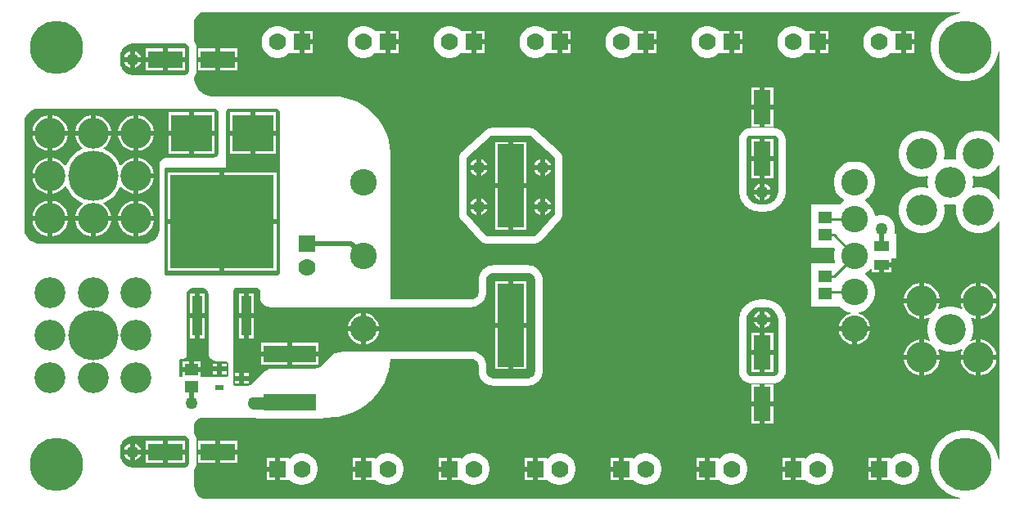
<source format=gtl>
G04*
G04 #@! TF.GenerationSoftware,Altium Limited,Altium Designer,21.0.9 (235)*
G04*
G04 Layer_Physical_Order=1*
G04 Layer_Color=255*
%FSLAX25Y25*%
%MOIN*%
G70*
G04*
G04 #@! TF.SameCoordinates,248EADF4-6E9D-4877-B34C-AAFE22DB1BC7*
G04*
G04*
G04 #@! TF.FilePolarity,Positive*
G04*
G01*
G75*
%ADD12C,0.01000*%
%ADD25C,0.07000*%
%ADD26R,0.07000X0.07000*%
%ADD27R,0.07000X0.07000*%
%ADD31R,0.42323X0.38189*%
%ADD32R,0.03937X0.16339*%
%ADD33R,0.16693X0.15000*%
%ADD34R,0.03543X0.02362*%
%ADD35R,0.05315X0.04528*%
%ADD36R,0.13976X0.07087*%
%ADD37R,0.10630X0.33858*%
%ADD38R,0.07087X0.13976*%
%ADD39R,0.05906X0.03937*%
%ADD40R,0.21260X0.06890*%
%ADD41C,0.02000*%
%ADD42C,0.05000*%
%ADD43C,0.20472*%
%ADD44C,0.12598*%
%ADD45C,0.21654*%
%ADD46C,0.10827*%
%ADD47C,0.05000*%
G36*
X68133Y186196D02*
X68695Y185633D01*
X69000Y184898D01*
X69000Y184500D01*
X69000Y184500D01*
X69000Y175102D01*
X68695Y174367D01*
X68133Y173804D01*
X67485Y173536D01*
X67000Y173500D01*
X67000Y173500D01*
X67000Y173500D01*
X46500Y173500D01*
X45958Y173500D01*
X44896Y173711D01*
X43895Y174126D01*
X42994Y174728D01*
X42228Y175494D01*
X41626Y176395D01*
X41211Y177396D01*
X41000Y178458D01*
X41000Y179000D01*
X41000Y179000D01*
X41000D01*
X41000Y181542D01*
X41211Y182604D01*
X41626Y183605D01*
X42228Y184506D01*
X42994Y185272D01*
X43895Y185874D01*
X44896Y186289D01*
X45958Y186500D01*
X46500D01*
X46500Y186500D01*
X67000Y186500D01*
X67398Y186500D01*
X68133Y186196D01*
D02*
G37*
G36*
X104000Y160000D02*
X104398D01*
X105133Y159695D01*
X105695Y159133D01*
X105973Y158463D01*
X106000Y158001D01*
Y158000D01*
X106000Y158000D01*
X106000Y158000D01*
X106000Y93000D01*
X106000Y92801D01*
X105848Y92434D01*
X105566Y92152D01*
X105452Y92105D01*
X105000Y92000D01*
X105000Y92000D01*
Y92000D01*
X60000Y92000D01*
X59801Y92000D01*
X59434Y92152D01*
X59152Y92434D01*
X59000Y92801D01*
Y93000D01*
Y135000D01*
Y135199D01*
X59152Y135567D01*
X59433Y135848D01*
X59801Y136000D01*
X60000Y136000D01*
Y136000D01*
X84000Y136000D01*
X84000Y158000D01*
X84000Y158398D01*
X84304Y159133D01*
X84867Y159695D01*
X85602Y160000D01*
X86000Y160000D01*
Y160000D01*
X104000Y160000D01*
D02*
G37*
G36*
X79000Y160000D02*
X79398D01*
X80133Y159695D01*
X80695Y159133D01*
X80970Y158469D01*
X81000Y158002D01*
Y158000D01*
X81000Y158000D01*
X81000Y158000D01*
X81000Y142000D01*
X81000Y141602D01*
X80695Y140867D01*
X80133Y140304D01*
X79485Y140036D01*
X79099Y140007D01*
X79000Y140000D01*
Y140000D01*
X60000Y140000D01*
X59706Y139986D01*
X59129Y139871D01*
X58586Y139646D01*
X58097Y139319D01*
X57681Y138903D01*
X57354Y138414D01*
X57129Y137871D01*
X57049Y137466D01*
X57014Y137294D01*
X57000Y137000D01*
X57000D01*
X57000Y137000D01*
X57000Y111000D01*
X57000Y110409D01*
X56769Y109250D01*
X56317Y108158D01*
X55660Y107175D01*
X54825Y106339D01*
X53842Y105683D01*
X52750Y105230D01*
X51591Y105000D01*
X51000Y105000D01*
X51000Y105000D01*
X51000Y105000D01*
X8000Y105000D01*
X7409D01*
X6250Y105231D01*
X5158Y105683D01*
X4175Y106340D01*
X3339Y107175D01*
X2683Y108158D01*
X2231Y109250D01*
X2000Y110409D01*
Y111000D01*
X2000Y154000D01*
Y154591D01*
X2231Y155750D01*
X2683Y156842D01*
X3339Y157825D01*
X4175Y158660D01*
X5158Y159317D01*
X6250Y159769D01*
X7409Y160000D01*
X8000Y160000D01*
X8000Y160000D01*
X79000Y160000D01*
D02*
G37*
G36*
X383094Y198697D02*
X381762Y198486D01*
X379692Y197814D01*
X377753Y196826D01*
X375992Y195546D01*
X374453Y194008D01*
X373174Y192247D01*
X372186Y190308D01*
X371514Y188238D01*
X371173Y186088D01*
Y183912D01*
X371514Y181762D01*
X372186Y179692D01*
X373174Y177753D01*
X374453Y175993D01*
X375992Y174453D01*
X377753Y173174D01*
X379692Y172186D01*
X381762Y171514D01*
X383912Y171173D01*
X386088D01*
X388238Y171514D01*
X390308Y172186D01*
X392247Y173174D01*
X394007Y174453D01*
X395547Y175993D01*
X396826Y177753D01*
X397814Y179692D01*
X398486Y181762D01*
X398697Y183094D01*
X399197Y183054D01*
X399197Y146259D01*
X398697Y146108D01*
X397778Y147483D01*
X396483Y148778D01*
X394960Y149796D01*
X393268Y150497D01*
X391471Y150854D01*
X389639D01*
X387843Y150497D01*
X386150Y149796D01*
X384627Y148778D01*
X383332Y147483D01*
X382314Y145960D01*
X381613Y144268D01*
X381256Y142471D01*
Y140639D01*
X381501Y139408D01*
X381147Y139054D01*
X379916Y139299D01*
X378084D01*
X376853Y139054D01*
X376499Y139408D01*
X376744Y140639D01*
Y142471D01*
X376387Y144268D01*
X375686Y145960D01*
X374668Y147483D01*
X373373Y148778D01*
X371850Y149796D01*
X370157Y150497D01*
X368361Y150854D01*
X366529D01*
X364732Y150497D01*
X363040Y149796D01*
X361517Y148778D01*
X360222Y147483D01*
X359204Y145960D01*
X358503Y144268D01*
X358146Y142471D01*
Y140639D01*
X358503Y138843D01*
X359204Y137150D01*
X360222Y135627D01*
X361517Y134332D01*
X363040Y133314D01*
X364732Y132613D01*
X366529Y132256D01*
X368361D01*
X369592Y132501D01*
X369946Y132147D01*
X369701Y130916D01*
Y129084D01*
X369946Y127853D01*
X369592Y127499D01*
X368361Y127744D01*
X366529D01*
X364732Y127387D01*
X363040Y126686D01*
X361517Y125668D01*
X360222Y124373D01*
X359204Y122850D01*
X358503Y121157D01*
X358146Y119361D01*
Y117529D01*
X358503Y115732D01*
X359204Y114040D01*
X360222Y112517D01*
X361517Y111222D01*
X363040Y110204D01*
X364732Y109503D01*
X366529Y109146D01*
X368361D01*
X370157Y109503D01*
X371850Y110204D01*
X373373Y111222D01*
X374668Y112517D01*
X375686Y114040D01*
X376387Y115732D01*
X376744Y117529D01*
Y119361D01*
X376499Y120592D01*
X376853Y120946D01*
X378084Y120701D01*
X379916D01*
X381147Y120946D01*
X381501Y120592D01*
X381256Y119361D01*
Y117529D01*
X381613Y115732D01*
X382314Y114040D01*
X383332Y112517D01*
X384627Y111222D01*
X386150Y110204D01*
X387843Y109503D01*
X389639Y109146D01*
X391471D01*
X393268Y109503D01*
X394960Y110204D01*
X396483Y111222D01*
X397778Y112517D01*
X398697Y113892D01*
X399197Y113741D01*
X399197Y16946D01*
X398697Y16906D01*
X398486Y18238D01*
X397814Y20308D01*
X396826Y22247D01*
X395547Y24008D01*
X394007Y25547D01*
X392247Y26826D01*
X390308Y27814D01*
X388238Y28486D01*
X386088Y28827D01*
X383912D01*
X381762Y28486D01*
X379692Y27814D01*
X377753Y26826D01*
X375992Y25547D01*
X374453Y24008D01*
X373174Y22247D01*
X372186Y20308D01*
X371514Y18238D01*
X371173Y16088D01*
Y13912D01*
X371514Y11762D01*
X372186Y9692D01*
X373174Y7753D01*
X374453Y5993D01*
X375992Y4453D01*
X377753Y3174D01*
X379692Y2186D01*
X381762Y1514D01*
X383094Y1303D01*
X383054Y803D01*
X74675D01*
X73538Y1563D01*
X72563Y2538D01*
X71797Y3684D01*
X71269Y4958D01*
X71000Y6310D01*
X71000Y12429D01*
X71096Y12525D01*
X71195Y12697D01*
X71316Y12854D01*
X71392Y13037D01*
X71491Y13209D01*
X71795Y13944D01*
X71847Y14136D01*
X71923Y14319D01*
X71949Y14516D01*
X72000Y14707D01*
Y14906D01*
X72026Y15102D01*
X72026Y24500D01*
X72026Y24500D01*
X72026Y24898D01*
X72000Y25094D01*
Y25293D01*
X71949Y25484D01*
X71923Y25681D01*
X71847Y25864D01*
X71795Y26056D01*
X71491Y26791D01*
X71392Y26963D01*
X71316Y27146D01*
X71195Y27303D01*
X71096Y27475D01*
X71000Y27571D01*
Y30394D01*
X71154Y31167D01*
X71455Y31895D01*
X71893Y32550D01*
X72450Y33107D01*
X73105Y33545D01*
X73833Y33846D01*
X74606Y34000D01*
X75000D01*
X75000Y34000D01*
X96370D01*
Y33614D01*
X123630D01*
Y34000D01*
X126000D01*
X127227Y34030D01*
X129668Y34271D01*
X132074Y34749D01*
X134422Y35461D01*
X136689Y36400D01*
X138853Y37557D01*
X140892Y38920D01*
X142789Y40476D01*
X144524Y42211D01*
X146080Y44107D01*
X147443Y46147D01*
X148600Y48311D01*
X149539Y50578D01*
X150251Y52925D01*
X150729Y55332D01*
X150970Y57773D01*
X150975Y57974D01*
X183926Y57974D01*
X184217Y57960D01*
X184859Y57832D01*
X185395Y57610D01*
X185878Y57288D01*
X186288Y56877D01*
X186610Y56395D01*
X186832Y55859D01*
X186960Y55217D01*
X186974Y54925D01*
X186974Y53000D01*
X186974Y52705D01*
X187013Y52410D01*
X187032Y52114D01*
X187148Y51534D01*
X187243Y51253D01*
X187320Y50967D01*
X187546Y50421D01*
X187694Y50164D01*
X187826Y49898D01*
X188154Y49406D01*
X188349Y49183D01*
X188530Y48948D01*
X188948Y48530D01*
X189183Y48349D01*
X189407Y48154D01*
X189898Y47825D01*
X190164Y47694D01*
X190421Y47546D01*
X190967Y47320D01*
X191254Y47243D01*
X191535Y47148D01*
X192114Y47032D01*
X192410Y47013D01*
X192705Y46974D01*
X193000Y46974D01*
X207000Y46974D01*
X207295Y46974D01*
X207589Y47013D01*
X207886Y47032D01*
X208465Y47148D01*
X208746Y47243D01*
X209033Y47320D01*
X209579Y47546D01*
X209836Y47694D01*
X210102Y47825D01*
X210593Y48154D01*
X210817Y48349D01*
X211052Y48530D01*
X211470Y48948D01*
X211650Y49183D01*
X211846Y49406D01*
X212175Y49898D01*
X212306Y50164D01*
X212454Y50421D01*
X212680Y50967D01*
X212757Y51253D01*
X212852Y51535D01*
X212968Y52114D01*
X212987Y52410D01*
X213026Y52705D01*
X213026Y53000D01*
X213026Y53000D01*
X213026Y90000D01*
X213026Y90295D01*
X212987Y90589D01*
X212968Y90886D01*
X212852Y91465D01*
X212757Y91746D01*
X212680Y92033D01*
X212454Y92579D01*
X212306Y92836D01*
X212175Y93102D01*
X211846Y93593D01*
X211651Y93816D01*
X211470Y94052D01*
X211052Y94470D01*
X210817Y94651D01*
X210594Y94846D01*
X210102Y95174D01*
X209836Y95306D01*
X209579Y95454D01*
X209033Y95680D01*
X208747Y95757D01*
X208465Y95852D01*
X208084Y95928D01*
X207907Y95940D01*
X207734Y95977D01*
X207241Y96016D01*
X207120Y96010D01*
X207000Y96026D01*
X206524Y96026D01*
X206524Y96026D01*
X206523Y96026D01*
X193000Y96026D01*
X192705Y96026D01*
X192410Y95987D01*
X192114Y95968D01*
X191534Y95852D01*
X191253Y95757D01*
X190967Y95680D01*
X190421Y95454D01*
X190164Y95306D01*
X189898Y95174D01*
X189407Y94846D01*
X189183Y94651D01*
X188948Y94470D01*
X188530Y94052D01*
X188349Y93817D01*
X188154Y93593D01*
X187826Y93102D01*
X187694Y92836D01*
X187546Y92579D01*
X187320Y92033D01*
X187243Y91746D01*
X187147Y91465D01*
X187032Y90886D01*
X187013Y90590D01*
X186974Y90295D01*
Y90000D01*
X186974Y85074D01*
X186960Y84783D01*
X186832Y84141D01*
X186610Y83605D01*
X186288Y83122D01*
X185877Y82712D01*
X185395Y82390D01*
X184859Y82168D01*
X184217Y82040D01*
X183926Y82026D01*
X151500Y82026D01*
X151000Y82526D01*
X151000Y141000D01*
X150971Y142178D01*
X150740Y144522D01*
X150281Y146832D01*
X149597Y149085D01*
X148696Y151261D01*
X147585Y153339D01*
X146277Y155297D01*
X144783Y157117D01*
X143117Y158783D01*
X141297Y160277D01*
X139338Y161586D01*
X137261Y162696D01*
X135085Y163597D01*
X132831Y164281D01*
X130521Y164740D01*
X128177Y164971D01*
X127000Y165000D01*
X127000Y165000D01*
X127000Y165000D01*
X79000Y165000D01*
X78212Y165000D01*
X76666Y165307D01*
X75210Y165910D01*
X73900Y166786D01*
X72786Y167900D01*
X71910Y169211D01*
X71307Y170667D01*
X71000Y172212D01*
Y172429D01*
X71096Y172525D01*
X71195Y172697D01*
X71316Y172854D01*
X71392Y173037D01*
X71491Y173209D01*
X71795Y173944D01*
X71847Y174136D01*
X71923Y174319D01*
X71949Y174516D01*
X72000Y174707D01*
Y174906D01*
X72026Y175102D01*
X72026Y184500D01*
X72026Y184500D01*
X72026Y184898D01*
X72000Y185094D01*
Y185293D01*
X71949Y185484D01*
X71923Y185681D01*
X71847Y185864D01*
X71795Y186056D01*
X71491Y186791D01*
X71392Y186963D01*
X71316Y187146D01*
X71195Y187303D01*
X71096Y187475D01*
X71000Y187571D01*
Y194591D01*
X71231Y195750D01*
X71683Y196842D01*
X72339Y197825D01*
X73175Y198660D01*
X73979Y199197D01*
X383054D01*
X383094Y198697D01*
D02*
G37*
G36*
X399197Y136851D02*
Y123149D01*
X398697Y122997D01*
X397778Y124373D01*
X396483Y125668D01*
X394960Y126686D01*
X393268Y127387D01*
X391471Y127744D01*
X389639D01*
X388408Y127499D01*
X388054Y127853D01*
X388299Y129084D01*
Y130916D01*
X388054Y132147D01*
X388408Y132501D01*
X389639Y132256D01*
X391471D01*
X393268Y132613D01*
X394960Y133314D01*
X396483Y134332D01*
X397778Y135627D01*
X398697Y137003D01*
X399197Y136851D01*
D02*
G37*
G36*
X207000Y93000D02*
D01*
X207494Y92961D01*
X207875Y92885D01*
X208421Y92659D01*
X208912Y92330D01*
X209330Y91912D01*
X209659Y91421D01*
X209885Y90875D01*
X210000Y90295D01*
X210000Y90000D01*
X210000Y53000D01*
X210000Y53000D01*
X210000Y52704D01*
X209885Y52125D01*
X209659Y51579D01*
X209330Y51087D01*
X208912Y50670D01*
X208421Y50341D01*
X207875Y50115D01*
X207295Y50000D01*
X207000Y50000D01*
X193000Y50000D01*
X192704Y50000D01*
X192125Y50115D01*
X191579Y50341D01*
X191088Y50670D01*
X190670Y51087D01*
X190341Y51579D01*
X190115Y52125D01*
X190000Y52704D01*
X190000Y53000D01*
X190000Y55000D01*
X190000D01*
X189971Y55588D01*
X189742Y56742D01*
X189292Y57828D01*
X188638Y58806D01*
X187806Y59638D01*
X186828Y60291D01*
X185742Y60742D01*
X184588Y60971D01*
X184000Y61000D01*
X132414Y61000D01*
X132414Y61000D01*
X131606Y60960D01*
X130022Y60645D01*
X128529Y60027D01*
X127185Y59129D01*
X126586Y58586D01*
X123707Y55707D01*
X123707D01*
X123301Y55301D01*
X122347Y54663D01*
X121286Y54224D01*
X120160Y54000D01*
X119586Y54000D01*
X108357Y54000D01*
X103414Y54000D01*
X103414Y54000D01*
X102843Y53972D01*
X101722Y53749D01*
X100667Y53312D01*
X99717Y52677D01*
X99293Y52293D01*
X94854Y47853D01*
X94854D01*
X94651Y47651D01*
X94173Y47332D01*
X93643Y47112D01*
X93080Y47000D01*
X87500Y47000D01*
X87000Y47500D01*
X87000Y85000D01*
Y85398D01*
X87304Y86133D01*
X87867Y86695D01*
X88602Y87000D01*
X96398Y87000D01*
X97133Y86695D01*
X97695Y86133D01*
X98000Y85398D01*
X98000Y83000D01*
X98019Y82608D01*
X98172Y81839D01*
X98472Y81114D01*
X98908Y80462D01*
X99462Y79908D01*
X100114Y79472D01*
X100839Y79172D01*
X101608Y79019D01*
X102000Y79000D01*
X109100D01*
Y79000D01*
X130000Y79000D01*
X184000Y79000D01*
X184588Y79029D01*
X185742Y79258D01*
X186828Y79708D01*
X187806Y80362D01*
X188638Y81194D01*
X189291Y82172D01*
X189742Y83258D01*
X189971Y84412D01*
X190000Y85000D01*
X190000Y90000D01*
Y90295D01*
X190115Y90875D01*
X190341Y91421D01*
X190670Y91912D01*
X191088Y92330D01*
X191579Y92659D01*
X192125Y92885D01*
X192704Y93000D01*
X193000Y93000D01*
X206524Y93000D01*
X207000Y93000D01*
D02*
G37*
G36*
X71000Y87000D02*
X74000Y87000D01*
X74000Y87000D01*
X74000Y87000D01*
X74001D01*
X74466Y86966D01*
X74875Y86885D01*
X75421Y86659D01*
X75912Y86330D01*
X76330Y85912D01*
X76659Y85421D01*
X76885Y84875D01*
X77000Y84295D01*
X77000Y84000D01*
X77000Y60000D01*
X77000Y60000D01*
X77014Y59706D01*
X77129Y59129D01*
X77354Y58586D01*
X77681Y58097D01*
X78097Y57681D01*
X78586Y57354D01*
X79129Y57129D01*
X79706Y57014D01*
X80000Y57000D01*
X84000D01*
X84000Y57000D01*
X84000Y57000D01*
X84000D01*
X84450Y56896D01*
X84566Y56848D01*
X84848Y56566D01*
X85000Y56199D01*
X85000Y56000D01*
X85000Y51500D01*
X85000Y51500D01*
Y51301D01*
X84848Y50933D01*
X84566Y50652D01*
X84199Y50500D01*
X73658Y50500D01*
Y52445D01*
X70000D01*
X66343D01*
Y50500D01*
X65000D01*
Y57000D01*
X65106Y57456D01*
X65152Y57566D01*
X65433Y57848D01*
X65801Y58000D01*
X66000Y58000D01*
X66522D01*
X67000D01*
X67000Y58000D01*
X67195Y58019D01*
X67556Y58168D01*
X67832Y58444D01*
X67981Y58805D01*
X68000Y59000D01*
Y84000D01*
X68037Y84484D01*
X68115Y84875D01*
X68341Y85421D01*
X68670Y85913D01*
X69087Y86330D01*
X69579Y86659D01*
X70125Y86885D01*
X70705Y87000D01*
X71000Y87000D01*
D02*
G37*
G36*
X68133Y26195D02*
X68695Y25633D01*
X69000Y24898D01*
X69000Y24500D01*
X69000Y24500D01*
X69000Y15102D01*
X68695Y14367D01*
X68133Y13804D01*
X67485Y13536D01*
X67000Y13500D01*
X67000Y13500D01*
X67000Y13500D01*
X46500Y13500D01*
X45958Y13500D01*
X44896Y13711D01*
X43895Y14126D01*
X42994Y14728D01*
X42228Y15494D01*
X41626Y16395D01*
X41211Y17396D01*
X41000Y18458D01*
X41000Y19000D01*
X41000Y19000D01*
X41000D01*
X41000Y21542D01*
X41211Y22604D01*
X41626Y23605D01*
X42228Y24506D01*
X42994Y25272D01*
X43895Y25874D01*
X44896Y26289D01*
X45958Y26500D01*
X46500D01*
X46500Y26500D01*
X67000Y26500D01*
X67398Y26500D01*
X68133Y26195D01*
D02*
G37*
%LPC*%
G36*
X67358Y184543D02*
X60370D01*
Y181000D01*
X67358D01*
Y184543D01*
D02*
G37*
G36*
X47000Y183355D02*
Y181000D01*
X49356D01*
X49262Y181351D01*
X48801Y182149D01*
X48149Y182801D01*
X47351Y183262D01*
X47000Y183355D01*
D02*
G37*
G36*
X45000D02*
X44649Y183262D01*
X43851Y182801D01*
X43199Y182149D01*
X42739Y181351D01*
X42645Y181000D01*
X45000D01*
Y183355D01*
D02*
G37*
G36*
X58370Y184543D02*
X51382D01*
Y181000D01*
X58370D01*
Y184543D01*
D02*
G37*
G36*
X49356Y179000D02*
X47000D01*
Y176645D01*
X47351Y176739D01*
X48149Y177199D01*
X48801Y177851D01*
X49262Y178649D01*
X49356Y179000D01*
D02*
G37*
G36*
X45000D02*
X42645D01*
X42739Y178649D01*
X43199Y177851D01*
X43851Y177199D01*
X44649Y176739D01*
X45000Y176645D01*
Y179000D01*
D02*
G37*
G36*
X67358D02*
X60370D01*
Y175457D01*
X67358D01*
Y179000D01*
D02*
G37*
G36*
X58370D02*
X51382D01*
Y175457D01*
X58370D01*
Y179000D01*
D02*
G37*
G36*
X104405Y158500D02*
X96059D01*
Y151000D01*
X104405D01*
Y158500D01*
D02*
G37*
G36*
X94059D02*
X85713D01*
Y151000D01*
X94059D01*
Y158500D01*
D02*
G37*
G36*
X104405Y149000D02*
X96059D01*
Y141500D01*
X104405D01*
Y149000D01*
D02*
G37*
G36*
X94059D02*
X85713D01*
Y141500D01*
X94059D01*
Y149000D01*
D02*
G37*
G36*
X104661Y133874D02*
X83500D01*
Y114779D01*
X104661D01*
Y133874D01*
D02*
G37*
G36*
X81500D02*
X60339D01*
Y114779D01*
X81500D01*
Y133874D01*
D02*
G37*
G36*
X104661Y112779D02*
X83500D01*
Y93685D01*
X104661D01*
Y112779D01*
D02*
G37*
G36*
X81500D02*
X60339D01*
Y93685D01*
X81500D01*
Y112779D01*
D02*
G37*
G36*
X79287Y158500D02*
X70941D01*
Y151000D01*
X79287D01*
Y158500D01*
D02*
G37*
G36*
X68941D02*
X60594D01*
Y151000D01*
X68941D01*
Y158500D01*
D02*
G37*
G36*
X48461Y157204D02*
Y150961D01*
X54704D01*
X54479Y152090D01*
X53929Y153418D01*
X53130Y154614D01*
X52114Y155630D01*
X50918Y156429D01*
X49590Y156979D01*
X48461Y157204D01*
D02*
G37*
G36*
X46461D02*
X45331Y156979D01*
X44003Y156429D01*
X42808Y155630D01*
X41791Y154614D01*
X40992Y153418D01*
X40442Y152090D01*
X40217Y150961D01*
X46461D01*
Y157204D01*
D02*
G37*
G36*
X31000D02*
Y150961D01*
X37243D01*
X37019Y152090D01*
X36468Y153418D01*
X35670Y154614D01*
X34653Y155630D01*
X33457Y156429D01*
X32129Y156979D01*
X31000Y157204D01*
D02*
G37*
G36*
X29000D02*
X27871Y156979D01*
X26542Y156429D01*
X25347Y155630D01*
X24330Y154614D01*
X23531Y153418D01*
X22981Y152090D01*
X22757Y150961D01*
X29000D01*
Y157204D01*
D02*
G37*
G36*
X13539D02*
Y150961D01*
X19783D01*
X19558Y152090D01*
X19008Y153418D01*
X18209Y154614D01*
X17192Y155630D01*
X15997Y156429D01*
X14669Y156979D01*
X13539Y157204D01*
D02*
G37*
G36*
X11539D02*
X10410Y156979D01*
X9082Y156429D01*
X7886Y155630D01*
X6870Y154614D01*
X6071Y153418D01*
X5521Y152090D01*
X5296Y150961D01*
X11539D01*
Y157204D01*
D02*
G37*
G36*
X54704Y148961D02*
X48461D01*
Y142717D01*
X49590Y142942D01*
X50918Y143492D01*
X52114Y144291D01*
X53130Y145308D01*
X53929Y146503D01*
X54479Y147831D01*
X54704Y148961D01*
D02*
G37*
G36*
X46461D02*
X40217D01*
X40442Y147831D01*
X40992Y146503D01*
X41791Y145308D01*
X42808Y144291D01*
X44003Y143492D01*
X45331Y142942D01*
X46461Y142717D01*
Y148961D01*
D02*
G37*
G36*
X19783D02*
X13539D01*
Y142717D01*
X14669Y142942D01*
X15997Y143492D01*
X17192Y144291D01*
X18209Y145308D01*
X19008Y146503D01*
X19558Y147831D01*
X19783Y148961D01*
D02*
G37*
G36*
X11539D02*
X5296D01*
X5521Y147831D01*
X6071Y146503D01*
X6870Y145308D01*
X7886Y144291D01*
X9082Y143492D01*
X10410Y142942D01*
X11539Y142717D01*
Y148961D01*
D02*
G37*
G36*
X79287Y149000D02*
X70941D01*
Y141500D01*
X79287D01*
Y149000D01*
D02*
G37*
G36*
X68941D02*
X60594D01*
Y141500D01*
X68941D01*
Y149000D01*
D02*
G37*
G36*
X37243Y148961D02*
X22757D01*
X22981Y147831D01*
X23531Y146503D01*
X24330Y145308D01*
X25347Y144291D01*
X25840Y143962D01*
X25771Y143466D01*
X25495Y143376D01*
X23849Y142538D01*
X22354Y141452D01*
X21048Y140146D01*
X19962Y138651D01*
X19124Y137005D01*
X19034Y136729D01*
X18538Y136660D01*
X18209Y137153D01*
X17192Y138170D01*
X15997Y138969D01*
X14669Y139519D01*
X13539Y139743D01*
Y132500D01*
Y125257D01*
X14669Y125481D01*
X15997Y126031D01*
X17192Y126830D01*
X18209Y127847D01*
X18538Y128340D01*
X19034Y128271D01*
X19124Y127995D01*
X19962Y126349D01*
X21048Y124854D01*
X22354Y123548D01*
X23849Y122462D01*
X25495Y121624D01*
X25771Y121534D01*
X25840Y121038D01*
X25347Y120709D01*
X24330Y119692D01*
X23531Y118497D01*
X22981Y117168D01*
X22757Y116039D01*
X37243D01*
X37019Y117168D01*
X36468Y118497D01*
X35670Y119692D01*
X34653Y120709D01*
X34160Y121038D01*
X34229Y121534D01*
X34505Y121624D01*
X36151Y122462D01*
X37646Y123548D01*
X38952Y124854D01*
X40038Y126349D01*
X40876Y127995D01*
X40966Y128271D01*
X41462Y128340D01*
X41791Y127847D01*
X42808Y126830D01*
X44003Y126031D01*
X45331Y125481D01*
X46461Y125257D01*
Y132500D01*
Y139743D01*
X45331Y139519D01*
X44003Y138969D01*
X42808Y138170D01*
X41791Y137153D01*
X41462Y136660D01*
X40966Y136729D01*
X40876Y137005D01*
X40038Y138651D01*
X38952Y140146D01*
X37646Y141452D01*
X36151Y142538D01*
X34505Y143376D01*
X34229Y143466D01*
X34160Y143962D01*
X34653Y144291D01*
X35670Y145308D01*
X36468Y146503D01*
X37019Y147831D01*
X37243Y148961D01*
D02*
G37*
G36*
X48461Y139743D02*
Y133500D01*
X54704D01*
X54479Y134629D01*
X53929Y135958D01*
X53130Y137153D01*
X52114Y138170D01*
X50918Y138969D01*
X49590Y139519D01*
X48461Y139743D01*
D02*
G37*
G36*
X11539D02*
X10410Y139519D01*
X9082Y138969D01*
X7886Y138170D01*
X6870Y137153D01*
X6071Y135958D01*
X5521Y134629D01*
X5296Y133500D01*
X11539D01*
Y139743D01*
D02*
G37*
G36*
X54704Y131500D02*
X48461D01*
Y125257D01*
X49590Y125481D01*
X50918Y126031D01*
X52114Y126830D01*
X53130Y127847D01*
X53929Y129042D01*
X54479Y130371D01*
X54704Y131500D01*
D02*
G37*
G36*
X11539D02*
X5296D01*
X5521Y130371D01*
X6071Y129042D01*
X6870Y127847D01*
X7886Y126830D01*
X9082Y126031D01*
X10410Y125481D01*
X11539Y125257D01*
Y131500D01*
D02*
G37*
G36*
X48461Y122283D02*
Y116039D01*
X54704D01*
X54479Y117168D01*
X53929Y118497D01*
X53130Y119692D01*
X52114Y120709D01*
X50918Y121508D01*
X49590Y122058D01*
X48461Y122283D01*
D02*
G37*
G36*
X46461D02*
X45331Y122058D01*
X44003Y121508D01*
X42808Y120709D01*
X41791Y119692D01*
X40992Y118497D01*
X40442Y117168D01*
X40217Y116039D01*
X46461D01*
Y122283D01*
D02*
G37*
G36*
X13539D02*
Y116039D01*
X19783D01*
X19558Y117168D01*
X19008Y118497D01*
X18209Y119692D01*
X17192Y120709D01*
X15997Y121508D01*
X14669Y122058D01*
X13539Y122283D01*
D02*
G37*
G36*
X11539D02*
X10410Y122058D01*
X9082Y121508D01*
X7886Y120709D01*
X6870Y119692D01*
X6071Y118497D01*
X5521Y117168D01*
X5296Y116039D01*
X11539D01*
Y122283D01*
D02*
G37*
G36*
X54704Y114039D02*
X48461D01*
Y107796D01*
X49590Y108021D01*
X50918Y108571D01*
X52114Y109370D01*
X53130Y110386D01*
X53929Y111582D01*
X54479Y112910D01*
X54704Y114039D01*
D02*
G37*
G36*
X46461D02*
X40217D01*
X40442Y112910D01*
X40992Y111582D01*
X41791Y110386D01*
X42808Y109370D01*
X44003Y108571D01*
X45331Y108021D01*
X46461Y107796D01*
Y114039D01*
D02*
G37*
G36*
X37243D02*
X31000D01*
Y107796D01*
X32129Y108021D01*
X33457Y108571D01*
X34653Y109370D01*
X35670Y110386D01*
X36468Y111582D01*
X37019Y112910D01*
X37243Y114039D01*
D02*
G37*
G36*
X29000D02*
X22757D01*
X22981Y112910D01*
X23531Y111582D01*
X24330Y110386D01*
X25347Y109370D01*
X26542Y108571D01*
X27871Y108021D01*
X29000Y107796D01*
Y114039D01*
D02*
G37*
G36*
X19783D02*
X13539D01*
Y107796D01*
X14669Y108021D01*
X15997Y108571D01*
X17192Y109370D01*
X18209Y110386D01*
X19008Y111582D01*
X19558Y112910D01*
X19783Y114039D01*
D02*
G37*
G36*
X11539D02*
X5296D01*
X5521Y112910D01*
X6071Y111582D01*
X6870Y110386D01*
X7886Y109370D01*
X9082Y108571D01*
X10410Y108021D01*
X11539Y107796D01*
Y114039D01*
D02*
G37*
G36*
X364421Y191567D02*
X360921D01*
Y188067D01*
X364421D01*
Y191567D01*
D02*
G37*
G36*
X294421D02*
X290921D01*
Y188067D01*
X294421D01*
Y191567D01*
D02*
G37*
G36*
X259421D02*
X255921D01*
Y188067D01*
X259421D01*
Y191567D01*
D02*
G37*
G36*
X189421D02*
X185921D01*
Y188067D01*
X189421D01*
Y191567D01*
D02*
G37*
G36*
X154421D02*
X150921D01*
Y188067D01*
X154421D01*
Y191567D01*
D02*
G37*
G36*
X329421D02*
X325921D01*
Y188067D01*
X329421D01*
Y191567D01*
D02*
G37*
G36*
X224421D02*
X220921D01*
Y188067D01*
X224421D01*
Y191567D01*
D02*
G37*
G36*
X119421D02*
X115921D01*
Y188067D01*
X119421D01*
Y191567D01*
D02*
G37*
G36*
X364421Y186067D02*
X360921D01*
Y182567D01*
X364421D01*
Y186067D01*
D02*
G37*
G36*
X329421D02*
X325921D01*
Y182567D01*
X329421D01*
Y186067D01*
D02*
G37*
G36*
X294421D02*
X290921D01*
Y182567D01*
X294421D01*
Y186067D01*
D02*
G37*
G36*
X259421D02*
X255921D01*
Y182567D01*
X259421D01*
Y186067D01*
D02*
G37*
G36*
X224421D02*
X220921D01*
Y182567D01*
X224421D01*
Y186067D01*
D02*
G37*
G36*
X189421D02*
X185921D01*
Y182567D01*
X189421D01*
Y186067D01*
D02*
G37*
G36*
X154421D02*
X150921D01*
Y182567D01*
X154421D01*
Y186067D01*
D02*
G37*
G36*
X119421D02*
X115921D01*
Y182567D01*
X119421D01*
Y186067D01*
D02*
G37*
G36*
X350719Y193567D02*
X349439D01*
X348183Y193317D01*
X347000Y192827D01*
X345935Y192116D01*
X345030Y191210D01*
X344319Y190146D01*
X343829Y188963D01*
X343579Y187707D01*
Y186427D01*
X343829Y185171D01*
X344319Y183988D01*
X345030Y182923D01*
X345935Y182018D01*
X347000Y181307D01*
X348183Y180817D01*
X349439Y180567D01*
X350719D01*
X351975Y180817D01*
X353158Y181307D01*
X354222Y182018D01*
X354921Y182717D01*
X355421Y182567D01*
Y182567D01*
X358921D01*
Y187067D01*
Y191567D01*
X355421D01*
Y191567D01*
X354921Y191417D01*
X354222Y192116D01*
X353158Y192827D01*
X351975Y193317D01*
X350719Y193567D01*
D02*
G37*
G36*
X315719D02*
X314439D01*
X313183Y193317D01*
X312000Y192827D01*
X310935Y192116D01*
X310030Y191210D01*
X309318Y190146D01*
X308828Y188963D01*
X308579Y187707D01*
Y186427D01*
X308828Y185171D01*
X309318Y183988D01*
X310030Y182923D01*
X310935Y182018D01*
X312000Y181307D01*
X313183Y180817D01*
X314439Y180567D01*
X315719D01*
X316975Y180817D01*
X318158Y181307D01*
X319222Y182018D01*
X319921Y182717D01*
X320421Y182567D01*
Y182567D01*
X323921D01*
Y187067D01*
Y191567D01*
X320421D01*
Y191567D01*
X319921Y191417D01*
X319222Y192116D01*
X318158Y192827D01*
X316975Y193317D01*
X315719Y193567D01*
D02*
G37*
G36*
X280719D02*
X279438D01*
X278183Y193317D01*
X277000Y192827D01*
X275935Y192116D01*
X275030Y191210D01*
X274319Y190146D01*
X273829Y188963D01*
X273579Y187707D01*
Y186427D01*
X273829Y185171D01*
X274319Y183988D01*
X275030Y182923D01*
X275935Y182018D01*
X277000Y181307D01*
X278183Y180817D01*
X279438Y180567D01*
X280719D01*
X281975Y180817D01*
X283158Y181307D01*
X284222Y182018D01*
X284921Y182717D01*
X285421Y182567D01*
Y182567D01*
X288921D01*
Y187067D01*
Y191567D01*
X285421D01*
Y191567D01*
X284921Y191417D01*
X284222Y192116D01*
X283158Y192827D01*
X281975Y193317D01*
X280719Y193567D01*
D02*
G37*
G36*
X245719D02*
X244439D01*
X243183Y193317D01*
X242000Y192827D01*
X240935Y192116D01*
X240030Y191210D01*
X239318Y190146D01*
X238828Y188963D01*
X238579Y187707D01*
Y186427D01*
X238828Y185171D01*
X239318Y183988D01*
X240030Y182923D01*
X240935Y182018D01*
X242000Y181307D01*
X243183Y180817D01*
X244439Y180567D01*
X245719D01*
X246975Y180817D01*
X248158Y181307D01*
X249222Y182018D01*
X249921Y182717D01*
X250421Y182567D01*
Y182567D01*
X253921D01*
Y187067D01*
Y191567D01*
X250421D01*
Y191567D01*
X249921Y191417D01*
X249222Y192116D01*
X248158Y192827D01*
X246975Y193317D01*
X245719Y193567D01*
D02*
G37*
G36*
X210719D02*
X209438D01*
X208183Y193317D01*
X207000Y192827D01*
X205935Y192116D01*
X205030Y191210D01*
X204318Y190146D01*
X203829Y188963D01*
X203579Y187707D01*
Y186427D01*
X203829Y185171D01*
X204318Y183988D01*
X205030Y182923D01*
X205935Y182018D01*
X207000Y181307D01*
X208183Y180817D01*
X209438Y180567D01*
X210719D01*
X211975Y180817D01*
X213158Y181307D01*
X214222Y182018D01*
X214921Y182717D01*
X215421Y182567D01*
Y182567D01*
X218921D01*
Y187067D01*
Y191567D01*
X215421D01*
Y191567D01*
X214921Y191417D01*
X214222Y192116D01*
X213158Y192827D01*
X211975Y193317D01*
X210719Y193567D01*
D02*
G37*
G36*
X175719D02*
X174439D01*
X173183Y193317D01*
X172000Y192827D01*
X170935Y192116D01*
X170030Y191210D01*
X169318Y190146D01*
X168828Y188963D01*
X168579Y187707D01*
Y186427D01*
X168828Y185171D01*
X169318Y183988D01*
X170030Y182923D01*
X170935Y182018D01*
X172000Y181307D01*
X173183Y180817D01*
X174439Y180567D01*
X175719D01*
X176975Y180817D01*
X178158Y181307D01*
X179222Y182018D01*
X179921Y182717D01*
X180421Y182567D01*
Y182567D01*
X183921D01*
Y187067D01*
Y191567D01*
X180421D01*
Y191567D01*
X179921Y191417D01*
X179222Y192116D01*
X178158Y192827D01*
X176975Y193317D01*
X175719Y193567D01*
D02*
G37*
G36*
X140719D02*
X139439D01*
X138183Y193317D01*
X137000Y192827D01*
X135935Y192116D01*
X135030Y191210D01*
X134318Y190146D01*
X133828Y188963D01*
X133579Y187707D01*
Y186427D01*
X133828Y185171D01*
X134318Y183988D01*
X135030Y182923D01*
X135935Y182018D01*
X137000Y181307D01*
X138183Y180817D01*
X139439Y180567D01*
X140719D01*
X141975Y180817D01*
X143158Y181307D01*
X144222Y182018D01*
X144921Y182717D01*
X145421Y182567D01*
Y182567D01*
X148921D01*
Y187067D01*
Y191567D01*
X145421D01*
Y191567D01*
X144921Y191417D01*
X144222Y192116D01*
X143158Y192827D01*
X141975Y193317D01*
X140719Y193567D01*
D02*
G37*
G36*
X105719D02*
X104439D01*
X103183Y193317D01*
X102000Y192827D01*
X100935Y192116D01*
X100030Y191210D01*
X99318Y190146D01*
X98829Y188963D01*
X98579Y187707D01*
Y186427D01*
X98829Y185171D01*
X99318Y183988D01*
X100030Y182923D01*
X100935Y182018D01*
X102000Y181307D01*
X103183Y180817D01*
X104439Y180567D01*
X105719D01*
X106975Y180817D01*
X108158Y181307D01*
X109222Y182018D01*
X109921Y182717D01*
X110421Y182567D01*
Y182567D01*
X113921D01*
Y187067D01*
Y191567D01*
X110421D01*
Y191567D01*
X109921Y191417D01*
X109222Y192116D01*
X108158Y192827D01*
X106975Y193317D01*
X105719Y193567D01*
D02*
G37*
G36*
X88618Y184543D02*
X81630D01*
Y181000D01*
X88618D01*
Y184543D01*
D02*
G37*
G36*
X79630D02*
X72642D01*
Y181000D01*
X79630D01*
Y184543D01*
D02*
G37*
G36*
X88618Y179000D02*
X81630D01*
Y175457D01*
X88618D01*
Y179000D01*
D02*
G37*
G36*
X79630D02*
X72642D01*
Y175457D01*
X79630D01*
Y179000D01*
D02*
G37*
G36*
X307043Y168618D02*
X303500D01*
Y161630D01*
X307043D01*
Y168618D01*
D02*
G37*
G36*
X301500D02*
X297957D01*
Y161630D01*
X301500D01*
Y168618D01*
D02*
G37*
G36*
X307043Y159630D02*
X303500D01*
Y152642D01*
X307043D01*
Y159630D01*
D02*
G37*
G36*
X301500D02*
X297957D01*
Y152642D01*
X301500D01*
Y159630D01*
D02*
G37*
G36*
X298000Y152026D02*
X298000Y152026D01*
X297602Y152026D01*
X297406Y152000D01*
X297207D01*
X297016Y151949D01*
X296819Y151923D01*
X296636Y151847D01*
X296444Y151795D01*
X295709Y151491D01*
X295537Y151392D01*
X295354Y151316D01*
X295197Y151195D01*
X295025Y151096D01*
X294885Y150956D01*
X294727Y150835D01*
X294165Y150273D01*
X294044Y150115D01*
X293904Y149975D01*
X293805Y149803D01*
X293684Y149646D01*
X293608Y149463D01*
X293509Y149291D01*
X293204Y148556D01*
X293153Y148364D01*
X293077Y148181D01*
X293051Y147984D01*
X293000Y147793D01*
Y147594D01*
X292974Y147398D01*
X292974Y147000D01*
Y126500D01*
Y125958D01*
X293013Y125664D01*
X293032Y125368D01*
X293244Y124305D01*
X293339Y124024D01*
X293416Y123738D01*
X293830Y122737D01*
X293979Y122480D01*
X294110Y122214D01*
X294712Y121313D01*
X294908Y121090D01*
X295088Y120854D01*
X295854Y120088D01*
X296090Y119908D01*
X296313Y119712D01*
X297214Y119110D01*
X297480Y118979D01*
X297737Y118830D01*
X298738Y118416D01*
X299025Y118339D01*
X299305Y118244D01*
X300368Y118032D01*
X300664Y118013D01*
X300958Y117974D01*
X303500Y117974D01*
X303500Y117974D01*
X304042Y117974D01*
X304336Y118013D01*
X304632Y118032D01*
X305695Y118244D01*
X305976Y118339D01*
X306262Y118416D01*
X307263Y118830D01*
X307520Y118979D01*
X307786Y119110D01*
X308687Y119712D01*
X308910Y119907D01*
X309146Y120088D01*
X309912Y120854D01*
X310092Y121090D01*
X310288Y121313D01*
X310890Y122214D01*
X311021Y122480D01*
X311170Y122737D01*
X311584Y123738D01*
X311661Y124024D01*
X311756Y124305D01*
X311968Y125368D01*
X311987Y125664D01*
X312026Y125958D01*
X312026Y126500D01*
X312026Y147000D01*
X312026Y147000D01*
Y147000D01*
X312015Y147086D01*
X312021Y147172D01*
X311995Y147633D01*
X311974Y147744D01*
Y147856D01*
X311900Y148130D01*
X311847Y148409D01*
X311798Y148511D01*
X311769Y148619D01*
X311491Y149291D01*
X311392Y149463D01*
X311316Y149646D01*
X311195Y149803D01*
X311096Y149975D01*
X310956Y150115D01*
X310835Y150273D01*
X310273Y150835D01*
X310115Y150956D01*
X309975Y151096D01*
X309803Y151195D01*
X309646Y151316D01*
X309463Y151392D01*
X309291Y151491D01*
X308556Y151795D01*
X308364Y151847D01*
X308181Y151923D01*
X307984Y151949D01*
X307793Y152000D01*
X307594D01*
X307398Y152026D01*
X298000Y152026D01*
D02*
G37*
G36*
X192000Y152026D02*
X191687Y151985D01*
X191372Y151960D01*
X191296Y151933D01*
X191217Y151923D01*
X190925Y151802D01*
X190627Y151696D01*
X190561Y151651D01*
X190487Y151620D01*
X190236Y151428D01*
X189976Y151249D01*
X179976Y142249D01*
X179924Y142188D01*
X179860Y142140D01*
X179668Y141889D01*
X179463Y141649D01*
X179428Y141576D01*
X179379Y141513D01*
X179259Y141221D01*
X179122Y140936D01*
X179108Y140857D01*
X179077Y140783D01*
X179036Y140470D01*
X178978Y140159D01*
X178984Y140079D01*
X178974Y140000D01*
Y117000D01*
X179014Y116696D01*
X179036Y116390D01*
X179066Y116305D01*
X179077Y116217D01*
X179195Y115933D01*
X179295Y115644D01*
X179345Y115570D01*
X179379Y115487D01*
X179566Y115244D01*
X179738Y114990D01*
X187738Y105990D01*
X187806Y105931D01*
X187860Y105860D01*
X188104Y105674D01*
X188336Y105473D01*
X188416Y105434D01*
X188487Y105379D01*
X188770Y105262D01*
X189047Y105128D01*
X189134Y105111D01*
X189217Y105077D01*
X189521Y105037D01*
X189822Y104979D01*
X189911Y104986D01*
X190000Y104974D01*
X210000D01*
X210089Y104986D01*
X210178Y104979D01*
X210479Y105037D01*
X210783Y105077D01*
X210866Y105111D01*
X210953Y105128D01*
X211229Y105262D01*
X211513Y105379D01*
X211584Y105434D01*
X211664Y105473D01*
X211896Y105674D01*
X212140Y105860D01*
X212194Y105931D01*
X212262Y105990D01*
X220262Y114990D01*
X220434Y115244D01*
X220620Y115487D01*
X220655Y115570D01*
X220705Y115644D01*
X220805Y115933D01*
X220923Y116217D01*
X220935Y116305D01*
X220964Y116390D01*
X220986Y116696D01*
X221026Y117000D01*
Y140000D01*
X221016Y140079D01*
X221022Y140159D01*
X220964Y140470D01*
X220923Y140783D01*
X220892Y140857D01*
X220878Y140936D01*
X220742Y141221D01*
X220620Y141513D01*
X220572Y141576D01*
X220537Y141649D01*
X220332Y141889D01*
X220140Y142140D01*
X220076Y142188D01*
X220024Y142249D01*
X210024Y151249D01*
X209764Y151428D01*
X209513Y151620D01*
X209439Y151651D01*
X209373Y151696D01*
X209075Y151802D01*
X208783Y151923D01*
X208704Y151933D01*
X208629Y151960D01*
X208313Y151985D01*
X208000Y152026D01*
X192000Y152026D01*
D02*
G37*
G36*
X354953Y95063D02*
X352000D01*
Y93094D01*
X354953D01*
Y95063D01*
D02*
G37*
G36*
X340829Y138335D02*
X339171D01*
X337546Y138011D01*
X336015Y137377D01*
X334637Y136456D01*
X333465Y135284D01*
X332544Y133906D01*
X331910Y132375D01*
X331587Y130750D01*
Y129093D01*
X331910Y127467D01*
X332544Y125936D01*
X333465Y124558D01*
X334637Y123386D01*
X335601Y122742D01*
Y122140D01*
X334637Y121496D01*
X334068Y120927D01*
X333658Y120709D01*
Y120709D01*
X333658Y120709D01*
X322342D01*
Y110181D01*
Y103291D01*
X331716D01*
X332098Y102909D01*
X331910Y102454D01*
X331587Y100829D01*
Y99171D01*
X331910Y97546D01*
X332098Y97091D01*
X331716Y96709D01*
X322342D01*
Y86181D01*
Y79291D01*
X333658D01*
X333658Y79291D01*
Y79291D01*
X334067Y79075D01*
X334637Y78504D01*
X336015Y77583D01*
X337546Y76949D01*
X338325Y76794D01*
Y76285D01*
X338129Y76246D01*
X336962Y75762D01*
X335912Y75060D01*
X335018Y74167D01*
X334316Y73117D01*
X333833Y71949D01*
X333660Y71079D01*
X346340D01*
X346167Y71949D01*
X345684Y73117D01*
X344982Y74167D01*
X344088Y75060D01*
X343038Y75762D01*
X341871Y76246D01*
X341675Y76285D01*
Y76794D01*
X342454Y76949D01*
X343985Y77583D01*
X345363Y78504D01*
X346535Y79676D01*
X347456Y81054D01*
X348090Y82585D01*
X348413Y84211D01*
Y85868D01*
X348090Y87493D01*
X347456Y89025D01*
X346535Y90403D01*
X345363Y91575D01*
X344399Y92219D01*
Y92820D01*
X345363Y93465D01*
X346535Y94637D01*
X346569Y94687D01*
X347047Y94542D01*
Y93094D01*
X350000D01*
Y96063D01*
X351000D01*
Y97063D01*
X354953D01*
Y98968D01*
X356953D01*
Y108905D01*
X356543D01*
X356239Y109302D01*
X356500Y110276D01*
Y111724D01*
X356125Y113123D01*
X355401Y114377D01*
X354377Y115401D01*
X353123Y116125D01*
X351724Y116500D01*
X350276D01*
X348877Y116125D01*
X348773Y116065D01*
X348318Y116271D01*
X348090Y117415D01*
X347456Y118946D01*
X346535Y120324D01*
X345363Y121496D01*
X344399Y122140D01*
Y122742D01*
X345363Y123386D01*
X346535Y124558D01*
X347456Y125936D01*
X348090Y127467D01*
X348413Y129093D01*
Y130750D01*
X348090Y132375D01*
X347456Y133906D01*
X346535Y135284D01*
X345363Y136456D01*
X343985Y137377D01*
X342454Y138011D01*
X340829Y138335D01*
D02*
G37*
G36*
X391555Y88798D02*
Y82555D01*
X397798D01*
X397574Y83684D01*
X397024Y85013D01*
X396225Y86208D01*
X395208Y87225D01*
X394013Y88024D01*
X392684Y88574D01*
X391555Y88798D01*
D02*
G37*
G36*
X389555D02*
X388426Y88574D01*
X387098Y88024D01*
X385902Y87225D01*
X384885Y86208D01*
X384087Y85013D01*
X383536Y83684D01*
X383312Y82555D01*
X389555D01*
Y88798D01*
D02*
G37*
G36*
X368445D02*
Y82555D01*
X374688D01*
X374464Y83684D01*
X373913Y85013D01*
X373115Y86208D01*
X372098Y87225D01*
X370902Y88024D01*
X369574Y88574D01*
X368445Y88798D01*
D02*
G37*
G36*
X366445D02*
X365316Y88574D01*
X363987Y88024D01*
X362792Y87225D01*
X361775Y86208D01*
X360976Y85013D01*
X360426Y83684D01*
X360202Y82555D01*
X366445D01*
Y88798D01*
D02*
G37*
G36*
X301500Y82026D02*
X301500Y82026D01*
X300958Y82026D01*
X300664Y81987D01*
X300368Y81968D01*
X299306Y81756D01*
X299025Y81661D01*
X298738Y81584D01*
X297737Y81170D01*
X297480Y81021D01*
X297214Y80890D01*
X296313Y80288D01*
X296090Y80093D01*
X295854Y79912D01*
X295088Y79146D01*
X294908Y78910D01*
X294712Y78687D01*
X294110Y77786D01*
X293979Y77520D01*
X293830Y77263D01*
X293416Y76262D01*
X293339Y75976D01*
X293244Y75695D01*
X293032Y74632D01*
X293013Y74336D01*
X292974Y74042D01*
X292974Y73500D01*
X292974Y53000D01*
X292974Y53000D01*
X292974Y52602D01*
X293000Y52406D01*
Y52207D01*
X293051Y52016D01*
X293077Y51819D01*
X293153Y51636D01*
X293204Y51444D01*
X293509Y50709D01*
X293608Y50537D01*
X293684Y50354D01*
X293805Y50197D01*
X293904Y50025D01*
X294044Y49885D01*
X294165Y49727D01*
X294727Y49165D01*
X294885Y49044D01*
X295025Y48904D01*
X295197Y48805D01*
X295354Y48684D01*
X295537Y48608D01*
X295709Y48509D01*
X296444Y48204D01*
X296636Y48153D01*
X296819Y48077D01*
X297016Y48051D01*
X297207Y48000D01*
X297406D01*
X297602Y47974D01*
X307000Y47974D01*
X307000Y47974D01*
X307398Y47974D01*
X307594Y48000D01*
X307793D01*
X307984Y48051D01*
X308181Y48077D01*
X308364Y48153D01*
X308556Y48204D01*
X309291Y48509D01*
X309463Y48608D01*
X309646Y48684D01*
X309803Y48805D01*
X309975Y48904D01*
X310115Y49044D01*
X310273Y49165D01*
X310835Y49727D01*
X310956Y49885D01*
X311096Y50025D01*
X311195Y50197D01*
X311316Y50354D01*
X311392Y50537D01*
X311491Y50709D01*
X311796Y51444D01*
X311847Y51636D01*
X311923Y51819D01*
X311949Y52016D01*
X312000Y52207D01*
Y52406D01*
X312026Y52602D01*
X312026Y53000D01*
X312026Y73500D01*
X312026Y73500D01*
Y74042D01*
X311987Y74336D01*
X311968Y74632D01*
X311756Y75695D01*
X311661Y75976D01*
X311584Y76262D01*
X311170Y77263D01*
X311021Y77520D01*
X310890Y77786D01*
X310288Y78687D01*
X310092Y78910D01*
X309912Y79146D01*
X309146Y79912D01*
X308910Y80092D01*
X308687Y80288D01*
X307786Y80890D01*
X307520Y81021D01*
X307263Y81170D01*
X306262Y81584D01*
X305976Y81661D01*
X305695Y81756D01*
X304632Y81968D01*
X304336Y81987D01*
X304042Y82026D01*
X301500Y82026D01*
D02*
G37*
G36*
X389555Y80555D02*
X383312D01*
X383536Y79426D01*
X383921Y78497D01*
X383517Y78166D01*
X383405Y78241D01*
X381713Y78942D01*
X379916Y79299D01*
X378084D01*
X376288Y78942D01*
X374595Y78241D01*
X374483Y78166D01*
X374079Y78497D01*
X374464Y79426D01*
X374688Y80555D01*
X368445D01*
Y74312D01*
X369574Y74536D01*
X370503Y74921D01*
X370834Y74517D01*
X370759Y74405D01*
X370058Y72712D01*
X369701Y70916D01*
Y69084D01*
X370058Y67287D01*
X370759Y65595D01*
X370834Y65483D01*
X370503Y65079D01*
X369574Y65464D01*
X368445Y65688D01*
Y59445D01*
X374688D01*
X374464Y60574D01*
X374079Y61503D01*
X374483Y61834D01*
X374595Y61759D01*
X376288Y61058D01*
X378084Y60701D01*
X379916D01*
X381713Y61058D01*
X383405Y61759D01*
X383517Y61834D01*
X383921Y61503D01*
X383536Y60574D01*
X383312Y59445D01*
X389555D01*
Y65688D01*
X388426Y65464D01*
X387497Y65079D01*
X387166Y65483D01*
X387241Y65595D01*
X387942Y67287D01*
X388299Y69084D01*
Y70916D01*
X387942Y72712D01*
X387241Y74405D01*
X387166Y74517D01*
X387497Y74921D01*
X388426Y74536D01*
X389555Y74312D01*
Y80555D01*
D02*
G37*
G36*
X397798D02*
X391555D01*
Y74312D01*
X392684Y74536D01*
X394013Y75087D01*
X395208Y75885D01*
X396225Y76902D01*
X397024Y78098D01*
X397574Y79426D01*
X397798Y80555D01*
D02*
G37*
G36*
X366445D02*
X360202D01*
X360426Y79426D01*
X360976Y78098D01*
X361775Y76902D01*
X362792Y75885D01*
X363987Y75087D01*
X365316Y74536D01*
X366445Y74312D01*
Y80555D01*
D02*
G37*
G36*
X346340Y69079D02*
X341000D01*
Y63739D01*
X341871Y63912D01*
X343038Y64395D01*
X344088Y65097D01*
X344982Y65990D01*
X345684Y67041D01*
X346167Y68208D01*
X346340Y69079D01*
D02*
G37*
G36*
X339000D02*
X333660D01*
X333833Y68208D01*
X334316Y67041D01*
X335018Y65990D01*
X335912Y65097D01*
X336962Y64395D01*
X338129Y63912D01*
X339000Y63739D01*
Y69079D01*
D02*
G37*
G36*
X391555Y65688D02*
Y59445D01*
X397798D01*
X397574Y60574D01*
X397024Y61902D01*
X396225Y63098D01*
X395208Y64114D01*
X394013Y64913D01*
X392684Y65464D01*
X391555Y65688D01*
D02*
G37*
G36*
X366445D02*
X365316Y65464D01*
X363987Y64913D01*
X362792Y64114D01*
X361775Y63098D01*
X360976Y61902D01*
X360426Y60574D01*
X360202Y59445D01*
X366445D01*
Y65688D01*
D02*
G37*
G36*
X397798Y57445D02*
X391555D01*
Y51202D01*
X392684Y51426D01*
X394013Y51976D01*
X395208Y52775D01*
X396225Y53792D01*
X397024Y54987D01*
X397574Y56316D01*
X397798Y57445D01*
D02*
G37*
G36*
X389555D02*
X383312D01*
X383536Y56316D01*
X384087Y54987D01*
X384885Y53792D01*
X385902Y52775D01*
X387098Y51976D01*
X388426Y51426D01*
X389555Y51202D01*
Y57445D01*
D02*
G37*
G36*
X374688D02*
X368445D01*
Y51202D01*
X369574Y51426D01*
X370902Y51976D01*
X372098Y52775D01*
X373115Y53792D01*
X373913Y54987D01*
X374464Y56316D01*
X374688Y57445D01*
D02*
G37*
G36*
X366445D02*
X360202D01*
X360426Y56316D01*
X360976Y54987D01*
X361775Y53792D01*
X362792Y52775D01*
X363987Y51976D01*
X365316Y51426D01*
X366445Y51202D01*
Y57445D01*
D02*
G37*
G36*
X307043Y47358D02*
X303500D01*
Y40370D01*
X307043D01*
Y47358D01*
D02*
G37*
G36*
X301500D02*
X297957D01*
Y40370D01*
X301500D01*
Y47358D01*
D02*
G37*
G36*
X307043Y38370D02*
X303500D01*
Y31382D01*
X307043D01*
Y38370D01*
D02*
G37*
G36*
X301500D02*
X297957D01*
Y31382D01*
X301500D01*
Y38370D01*
D02*
G37*
G36*
X88618Y24543D02*
X81630D01*
Y21000D01*
X88618D01*
Y24543D01*
D02*
G37*
G36*
X79630D02*
X72642D01*
Y21000D01*
X79630D01*
Y24543D01*
D02*
G37*
G36*
X360561Y19433D02*
X359281D01*
X358025Y19183D01*
X356842Y18693D01*
X355778Y17982D01*
X355079Y17283D01*
X354579Y17433D01*
Y17433D01*
X351079D01*
Y12933D01*
Y8433D01*
X354579D01*
Y8433D01*
X355079Y8583D01*
X355778Y7884D01*
X356842Y7173D01*
X358025Y6683D01*
X359281Y6433D01*
X360561D01*
X361817Y6683D01*
X363000Y7173D01*
X364065Y7884D01*
X364970Y8790D01*
X365682Y9854D01*
X366172Y11037D01*
X366421Y12293D01*
Y13573D01*
X366172Y14829D01*
X365682Y16012D01*
X364970Y17077D01*
X364065Y17982D01*
X363000Y18693D01*
X361817Y19183D01*
X360561Y19433D01*
D02*
G37*
G36*
X325561D02*
X324281D01*
X323025Y19183D01*
X321842Y18693D01*
X320778Y17982D01*
X320079Y17283D01*
X319579Y17433D01*
Y17433D01*
X316079D01*
Y12933D01*
Y8433D01*
X319579D01*
Y8433D01*
X320079Y8583D01*
X320778Y7884D01*
X321842Y7173D01*
X323025Y6683D01*
X324281Y6433D01*
X325561D01*
X326817Y6683D01*
X328000Y7173D01*
X329065Y7884D01*
X329970Y8790D01*
X330681Y9854D01*
X331171Y11037D01*
X331421Y12293D01*
Y13573D01*
X331171Y14829D01*
X330681Y16012D01*
X329970Y17077D01*
X329065Y17982D01*
X328000Y18693D01*
X326817Y19183D01*
X325561Y19433D01*
D02*
G37*
G36*
X290562D02*
X289281D01*
X288025Y19183D01*
X286842Y18693D01*
X285778Y17982D01*
X285079Y17283D01*
X284579Y17433D01*
Y17433D01*
X281079D01*
Y12933D01*
Y8433D01*
X284579D01*
Y8433D01*
X285079Y8583D01*
X285778Y7884D01*
X286842Y7173D01*
X288025Y6683D01*
X289281Y6433D01*
X290562D01*
X291817Y6683D01*
X293000Y7173D01*
X294065Y7884D01*
X294970Y8790D01*
X295682Y9854D01*
X296171Y11037D01*
X296421Y12293D01*
Y13573D01*
X296171Y14829D01*
X295682Y16012D01*
X294970Y17077D01*
X294065Y17982D01*
X293000Y18693D01*
X291817Y19183D01*
X290562Y19433D01*
D02*
G37*
G36*
X255561D02*
X254281D01*
X253025Y19183D01*
X251842Y18693D01*
X250778Y17982D01*
X250079Y17283D01*
X249579Y17433D01*
Y17433D01*
X246079D01*
Y12933D01*
Y8433D01*
X249579D01*
Y8433D01*
X250079Y8583D01*
X250778Y7884D01*
X251842Y7173D01*
X253025Y6683D01*
X254281Y6433D01*
X255561D01*
X256817Y6683D01*
X258000Y7173D01*
X259065Y7884D01*
X259970Y8790D01*
X260682Y9854D01*
X261172Y11037D01*
X261421Y12293D01*
Y13573D01*
X261172Y14829D01*
X260682Y16012D01*
X259970Y17077D01*
X259065Y17982D01*
X258000Y18693D01*
X256817Y19183D01*
X255561Y19433D01*
D02*
G37*
G36*
X220562D02*
X219281D01*
X218025Y19183D01*
X216842Y18693D01*
X215778Y17982D01*
X215079Y17283D01*
X214579Y17433D01*
Y17433D01*
X211079D01*
Y12933D01*
Y8433D01*
X214579D01*
Y8433D01*
X215079Y8583D01*
X215778Y7884D01*
X216842Y7173D01*
X218025Y6683D01*
X219281Y6433D01*
X220562D01*
X221817Y6683D01*
X223000Y7173D01*
X224065Y7884D01*
X224970Y8790D01*
X225681Y9854D01*
X226171Y11037D01*
X226421Y12293D01*
Y13573D01*
X226171Y14829D01*
X225681Y16012D01*
X224970Y17077D01*
X224065Y17982D01*
X223000Y18693D01*
X221817Y19183D01*
X220562Y19433D01*
D02*
G37*
G36*
X185561D02*
X184281D01*
X183025Y19183D01*
X181842Y18693D01*
X180778Y17982D01*
X180079Y17283D01*
X179579Y17433D01*
Y17433D01*
X176079D01*
Y12933D01*
Y8433D01*
X179579D01*
Y8433D01*
X180079Y8583D01*
X180778Y7884D01*
X181842Y7173D01*
X183025Y6683D01*
X184281Y6433D01*
X185561D01*
X186817Y6683D01*
X188000Y7173D01*
X189065Y7884D01*
X189970Y8790D01*
X190682Y9854D01*
X191172Y11037D01*
X191421Y12293D01*
Y13573D01*
X191172Y14829D01*
X190682Y16012D01*
X189970Y17077D01*
X189065Y17982D01*
X188000Y18693D01*
X186817Y19183D01*
X185561Y19433D01*
D02*
G37*
G36*
X150561D02*
X149281D01*
X148025Y19183D01*
X146842Y18693D01*
X145778Y17982D01*
X145079Y17283D01*
X144579Y17433D01*
Y17433D01*
X141079D01*
Y12933D01*
Y8433D01*
X144579D01*
Y8433D01*
X145079Y8583D01*
X145778Y7884D01*
X146842Y7173D01*
X148025Y6683D01*
X149281Y6433D01*
X150561D01*
X151817Y6683D01*
X153000Y7173D01*
X154065Y7884D01*
X154970Y8790D01*
X155682Y9854D01*
X156172Y11037D01*
X156421Y12293D01*
Y13573D01*
X156172Y14829D01*
X155682Y16012D01*
X154970Y17077D01*
X154065Y17982D01*
X153000Y18693D01*
X151817Y19183D01*
X150561Y19433D01*
D02*
G37*
G36*
X115561D02*
X114281D01*
X113025Y19183D01*
X111842Y18693D01*
X110778Y17982D01*
X110079Y17283D01*
X109579Y17433D01*
Y17433D01*
X106079D01*
Y12933D01*
Y8433D01*
X109579D01*
Y8433D01*
X110079Y8583D01*
X110778Y7884D01*
X111842Y7173D01*
X113025Y6683D01*
X114281Y6433D01*
X115561D01*
X116817Y6683D01*
X118000Y7173D01*
X119065Y7884D01*
X119970Y8790D01*
X120682Y9854D01*
X121171Y11037D01*
X121421Y12293D01*
Y13573D01*
X121171Y14829D01*
X120682Y16012D01*
X119970Y17077D01*
X119065Y17982D01*
X118000Y18693D01*
X116817Y19183D01*
X115561Y19433D01*
D02*
G37*
G36*
X88618Y19000D02*
X81630D01*
Y15457D01*
X88618D01*
Y19000D01*
D02*
G37*
G36*
X79630D02*
X72642D01*
Y15457D01*
X79630D01*
Y19000D01*
D02*
G37*
G36*
X349079Y17433D02*
X345579D01*
Y13933D01*
X349079D01*
Y17433D01*
D02*
G37*
G36*
X314079D02*
X310579D01*
Y13933D01*
X314079D01*
Y17433D01*
D02*
G37*
G36*
X279079D02*
X275579D01*
Y13933D01*
X279079D01*
Y17433D01*
D02*
G37*
G36*
X244079D02*
X240579D01*
Y13933D01*
X244079D01*
Y17433D01*
D02*
G37*
G36*
X209079D02*
X205579D01*
Y13933D01*
X209079D01*
Y17433D01*
D02*
G37*
G36*
X174079D02*
X170579D01*
Y13933D01*
X174079D01*
Y17433D01*
D02*
G37*
G36*
X139079D02*
X135579D01*
Y13933D01*
X139079D01*
Y17433D01*
D02*
G37*
G36*
X104079D02*
X100579D01*
Y13933D01*
X104079D01*
Y17433D01*
D02*
G37*
G36*
X349079Y11933D02*
X345579D01*
Y8433D01*
X349079D01*
Y11933D01*
D02*
G37*
G36*
X314079D02*
X310579D01*
Y8433D01*
X314079D01*
Y11933D01*
D02*
G37*
G36*
X279079D02*
X275579D01*
Y8433D01*
X279079D01*
Y11933D01*
D02*
G37*
G36*
X244079D02*
X240579D01*
Y8433D01*
X244079D01*
Y11933D01*
D02*
G37*
G36*
X209079D02*
X205579D01*
Y8433D01*
X209079D01*
Y11933D01*
D02*
G37*
G36*
X174079D02*
X170579D01*
Y8433D01*
X174079D01*
Y11933D01*
D02*
G37*
G36*
X139079D02*
X135579D01*
Y8433D01*
X139079D01*
Y11933D01*
D02*
G37*
G36*
X104079D02*
X100579D01*
Y8433D01*
X104079D01*
Y11933D01*
D02*
G37*
%LPD*%
G36*
X307398Y149000D02*
X308133Y148696D01*
X308696Y148133D01*
X308974Y147461D01*
X309000Y147000D01*
Y147000D01*
X309000D01*
X309000Y147000D01*
X309000Y126500D01*
X309000Y125958D01*
X308789Y124896D01*
X308374Y123895D01*
X307772Y122994D01*
X307006Y122228D01*
X306105Y121626D01*
X305104Y121211D01*
X304042Y121000D01*
X303500Y121000D01*
X303500Y121000D01*
Y121000D01*
X300958Y121000D01*
X299896Y121211D01*
X298895Y121626D01*
X297994Y122228D01*
X297228Y122994D01*
X296626Y123895D01*
X296211Y124896D01*
X296000Y125958D01*
Y126500D01*
Y147000D01*
X296000Y147398D01*
X296304Y148133D01*
X296867Y148696D01*
X297602Y149000D01*
X298000Y149000D01*
X298000Y149000D01*
X307398Y149000D01*
D02*
G37*
%LPC*%
G36*
X307043Y147358D02*
X303500D01*
Y140370D01*
X307043D01*
Y147358D01*
D02*
G37*
G36*
X301500D02*
X297957D01*
Y140370D01*
X301500D01*
Y147358D01*
D02*
G37*
G36*
X307043Y138370D02*
X303500D01*
Y131382D01*
X307043D01*
Y138370D01*
D02*
G37*
G36*
X301500D02*
X297957D01*
Y131382D01*
X301500D01*
Y138370D01*
D02*
G37*
G36*
X303500Y129356D02*
Y127000D01*
X305855D01*
X305762Y127351D01*
X305301Y128149D01*
X304649Y128801D01*
X303851Y129262D01*
X303500Y129356D01*
D02*
G37*
G36*
X301500D02*
X301149Y129262D01*
X300351Y128801D01*
X299699Y128149D01*
X299238Y127351D01*
X299145Y127000D01*
X301500D01*
Y129356D01*
D02*
G37*
G36*
X305855Y125000D02*
X303500D01*
Y122644D01*
X303851Y122739D01*
X304649Y123199D01*
X305301Y123851D01*
X305762Y124649D01*
X305855Y125000D01*
D02*
G37*
G36*
X301500D02*
X299145D01*
X299238Y124649D01*
X299699Y123851D01*
X300351Y123199D01*
X301149Y122739D01*
X301500Y122644D01*
Y125000D01*
D02*
G37*
%LPD*%
G36*
X208000Y149000D02*
X218000Y140000D01*
Y117000D01*
X210000Y108000D01*
X190000D01*
X182000Y117000D01*
Y140000D01*
X192000Y149000D01*
X208000Y149000D01*
D02*
G37*
%LPC*%
G36*
X214000Y139356D02*
Y137000D01*
X216355D01*
X216262Y137351D01*
X215801Y138149D01*
X215149Y138801D01*
X214351Y139261D01*
X214000Y139356D01*
D02*
G37*
G36*
X212000D02*
X211649Y139261D01*
X210851Y138801D01*
X210199Y138149D01*
X209738Y137351D01*
X209645Y137000D01*
X212000D01*
Y139356D01*
D02*
G37*
G36*
X188000D02*
Y137000D01*
X190356D01*
X190261Y137351D01*
X189801Y138149D01*
X189149Y138801D01*
X188351Y139261D01*
X188000Y139356D01*
D02*
G37*
G36*
X186000D02*
X185649Y139261D01*
X184851Y138801D01*
X184199Y138149D01*
X183739Y137351D01*
X183644Y137000D01*
X186000D01*
Y139356D01*
D02*
G37*
G36*
X216355Y135000D02*
X214000D01*
Y132644D01*
X214351Y132738D01*
X215149Y133199D01*
X215801Y133851D01*
X216262Y134649D01*
X216355Y135000D01*
D02*
G37*
G36*
X212000D02*
X209645D01*
X209738Y134649D01*
X210199Y133851D01*
X210851Y133199D01*
X211649Y132738D01*
X212000Y132644D01*
Y135000D01*
D02*
G37*
G36*
X190356D02*
X188000D01*
Y132644D01*
X188351Y132738D01*
X189149Y133199D01*
X189801Y133851D01*
X190261Y134649D01*
X190356Y135000D01*
D02*
G37*
G36*
X186000D02*
X183644D01*
X183739Y134649D01*
X184199Y133851D01*
X184851Y133199D01*
X185649Y132738D01*
X186000Y132644D01*
Y135000D01*
D02*
G37*
G36*
X206315Y146276D02*
X201000D01*
Y129346D01*
X206315D01*
Y146276D01*
D02*
G37*
G36*
X199000D02*
X193685D01*
Y129346D01*
X199000D01*
Y146276D01*
D02*
G37*
G36*
X214000Y123355D02*
Y121000D01*
X216355D01*
X216262Y121351D01*
X215801Y122149D01*
X215149Y122801D01*
X214351Y123261D01*
X214000Y123355D01*
D02*
G37*
G36*
X212000D02*
X211649Y123261D01*
X210851Y122801D01*
X210199Y122149D01*
X209738Y121351D01*
X209645Y121000D01*
X212000D01*
Y123355D01*
D02*
G37*
G36*
X188000D02*
Y121000D01*
X190356D01*
X190261Y121351D01*
X189801Y122149D01*
X189149Y122801D01*
X188351Y123261D01*
X188000Y123355D01*
D02*
G37*
G36*
X186000D02*
X185649Y123261D01*
X184851Y122801D01*
X184199Y122149D01*
X183739Y121351D01*
X183644Y121000D01*
X186000D01*
Y123355D01*
D02*
G37*
G36*
X216355Y119000D02*
X214000D01*
Y116645D01*
X214351Y116738D01*
X215149Y117199D01*
X215801Y117851D01*
X216262Y118649D01*
X216355Y119000D01*
D02*
G37*
G36*
X212000D02*
X209645D01*
X209738Y118649D01*
X210199Y117851D01*
X210851Y117199D01*
X211649Y116738D01*
X212000Y116645D01*
Y119000D01*
D02*
G37*
G36*
X190356D02*
X188000D01*
Y116645D01*
X188351Y116738D01*
X189149Y117199D01*
X189801Y117851D01*
X190261Y118649D01*
X190356Y119000D01*
D02*
G37*
G36*
X186000D02*
X183644D01*
X183739Y118649D01*
X184199Y117851D01*
X184851Y117199D01*
X185649Y116738D01*
X186000Y116645D01*
Y119000D01*
D02*
G37*
G36*
X206315Y127346D02*
X201000D01*
Y110417D01*
X206315D01*
Y127346D01*
D02*
G37*
G36*
X199000D02*
X193685D01*
Y110417D01*
X199000D01*
Y127346D01*
D02*
G37*
%LPD*%
G36*
X301500Y79000D02*
X301500Y79000D01*
X301500Y79000D01*
X304042Y79000D01*
X305104Y78789D01*
X306105Y78374D01*
X307006Y77772D01*
X307772Y77006D01*
X308374Y76105D01*
X308789Y75104D01*
X309000Y74042D01*
Y73500D01*
X309000Y73500D01*
X309000Y53000D01*
X309000Y52602D01*
X308696Y51867D01*
X308133Y51305D01*
X307398Y51000D01*
X307000Y51000D01*
X307000Y51000D01*
X297602Y51000D01*
X296867Y51305D01*
X296304Y51867D01*
X296000Y52602D01*
X296000Y53000D01*
X296000D01*
X296000Y73500D01*
X296000Y74042D01*
X296211Y75104D01*
X296626Y76105D01*
X297228Y77006D01*
X297994Y77772D01*
X298895Y78374D01*
X299896Y78789D01*
X300958Y79000D01*
X301500Y79000D01*
D02*
G37*
%LPC*%
G36*
X303500Y77355D02*
Y75000D01*
X305855D01*
X305762Y75351D01*
X305301Y76149D01*
X304649Y76801D01*
X303851Y77262D01*
X303500Y77355D01*
D02*
G37*
G36*
X301500D02*
X301149Y77262D01*
X300351Y76801D01*
X299699Y76149D01*
X299238Y75351D01*
X299145Y75000D01*
X301500D01*
Y77355D01*
D02*
G37*
G36*
X305855Y73000D02*
X303500D01*
Y70644D01*
X303851Y70739D01*
X304649Y71199D01*
X305301Y71851D01*
X305762Y72649D01*
X305855Y73000D01*
D02*
G37*
G36*
X301500D02*
X299145D01*
X299238Y72649D01*
X299699Y71851D01*
X300351Y71199D01*
X301149Y70739D01*
X301500Y70644D01*
Y73000D01*
D02*
G37*
G36*
X307043Y68618D02*
X303500D01*
Y61630D01*
X307043D01*
Y68618D01*
D02*
G37*
G36*
X301500D02*
X297957D01*
Y61630D01*
X301500D01*
Y68618D01*
D02*
G37*
G36*
X307043Y59630D02*
X303500D01*
Y52642D01*
X307043D01*
Y59630D01*
D02*
G37*
G36*
X301500D02*
X297957D01*
Y52642D01*
X301500D01*
Y59630D01*
D02*
G37*
G36*
X95468Y84563D02*
X93500D01*
Y76394D01*
X95468D01*
Y84563D01*
D02*
G37*
G36*
X91500D02*
X89531D01*
Y76394D01*
X91500D01*
Y84563D01*
D02*
G37*
G36*
X206315Y89583D02*
X201000D01*
Y72654D01*
X206315D01*
Y89583D01*
D02*
G37*
G36*
X199000D02*
X193685D01*
Y72654D01*
X199000D01*
Y89583D01*
D02*
G37*
G36*
X141000Y76425D02*
Y71079D01*
X146346D01*
X146321Y71336D01*
X145954Y72545D01*
X145358Y73659D01*
X144557Y74636D01*
X143580Y75437D01*
X142466Y76033D01*
X141257Y76399D01*
X141000Y76425D01*
D02*
G37*
G36*
X139000D02*
X138743Y76399D01*
X137534Y76033D01*
X136420Y75437D01*
X135443Y74636D01*
X134642Y73659D01*
X134046Y72545D01*
X133679Y71336D01*
X133654Y71079D01*
X139000D01*
Y76425D01*
D02*
G37*
G36*
X95468Y74394D02*
X93500D01*
Y66224D01*
X95468D01*
Y74394D01*
D02*
G37*
G36*
X91500D02*
X89531D01*
Y66224D01*
X91500D01*
Y74394D01*
D02*
G37*
G36*
X146346Y69079D02*
X141000D01*
Y63733D01*
X141257Y63758D01*
X142466Y64125D01*
X143580Y64720D01*
X144557Y65522D01*
X145358Y66498D01*
X145954Y67613D01*
X146321Y68822D01*
X146346Y69079D01*
D02*
G37*
G36*
X139000D02*
X133654D01*
X133679Y68822D01*
X134046Y67613D01*
X134642Y66498D01*
X135443Y65522D01*
X136420Y64720D01*
X137534Y64125D01*
X138743Y63758D01*
X139000Y63733D01*
Y69079D01*
D02*
G37*
G36*
X121630Y64386D02*
X111000D01*
Y60941D01*
X121630D01*
Y64386D01*
D02*
G37*
G36*
X109000D02*
X98370D01*
Y60941D01*
X109000D01*
Y64386D01*
D02*
G37*
G36*
X121630Y58941D02*
X111000D01*
Y55496D01*
X121630D01*
Y58941D01*
D02*
G37*
G36*
X109000D02*
X98370D01*
Y55496D01*
X109000D01*
Y58941D01*
D02*
G37*
G36*
X206315Y70653D02*
X201000D01*
Y53724D01*
X206315D01*
Y70653D01*
D02*
G37*
G36*
X199000D02*
X193685D01*
Y53724D01*
X199000D01*
Y70653D01*
D02*
G37*
G36*
X93299Y52181D02*
X91528D01*
Y51000D01*
X93299D01*
Y52181D01*
D02*
G37*
G36*
X89528D02*
X87756D01*
Y51000D01*
X89528D01*
Y52181D01*
D02*
G37*
G36*
X93299Y49000D02*
X91528D01*
Y47819D01*
X93299D01*
Y49000D01*
D02*
G37*
G36*
X89528D02*
X87756D01*
Y47819D01*
X89528D01*
Y49000D01*
D02*
G37*
G36*
X75468Y84563D02*
X73500D01*
Y76394D01*
X75468D01*
Y84563D01*
D02*
G37*
G36*
X71500D02*
X69532D01*
Y76394D01*
X71500D01*
Y84563D01*
D02*
G37*
G36*
X75468Y74394D02*
X73500D01*
Y66224D01*
X75468D01*
Y74394D01*
D02*
G37*
G36*
X71500D02*
X69532D01*
Y66224D01*
X71500D01*
Y74394D01*
D02*
G37*
G36*
X84244Y55921D02*
X82472D01*
Y54740D01*
X84244D01*
Y55921D01*
D02*
G37*
G36*
X80472D02*
X78701D01*
Y54740D01*
X80472D01*
Y55921D01*
D02*
G37*
G36*
X73658Y56709D02*
X71000D01*
Y54445D01*
X73658D01*
Y56709D01*
D02*
G37*
G36*
X69000D02*
X66343D01*
Y54445D01*
X69000D01*
Y56709D01*
D02*
G37*
G36*
X84244Y52740D02*
X82472D01*
Y51559D01*
X84244D01*
Y52740D01*
D02*
G37*
G36*
X80472D02*
X78701D01*
Y51559D01*
X80472D01*
Y52740D01*
D02*
G37*
G36*
X67358Y24543D02*
X60370D01*
Y21000D01*
X67358D01*
Y24543D01*
D02*
G37*
G36*
X47000Y23356D02*
Y21000D01*
X49356D01*
X49262Y21351D01*
X48801Y22149D01*
X48149Y22801D01*
X47351Y23261D01*
X47000Y23356D01*
D02*
G37*
G36*
X45000D02*
X44649Y23261D01*
X43851Y22801D01*
X43199Y22149D01*
X42739Y21351D01*
X42645Y21000D01*
X45000D01*
Y23356D01*
D02*
G37*
G36*
X58370Y24543D02*
X51382D01*
Y21000D01*
X58370D01*
Y24543D01*
D02*
G37*
G36*
X49356Y19000D02*
X47000D01*
Y16645D01*
X47351Y16738D01*
X48149Y17199D01*
X48801Y17851D01*
X49262Y18649D01*
X49356Y19000D01*
D02*
G37*
G36*
X45000D02*
X42645D01*
X42739Y18649D01*
X43199Y17851D01*
X43851Y17199D01*
X44649Y16738D01*
X45000Y16645D01*
Y19000D01*
D02*
G37*
G36*
X67358D02*
X60370D01*
Y15457D01*
X67358D01*
Y19000D01*
D02*
G37*
G36*
X58370D02*
X51382D01*
Y15457D01*
X58370D01*
Y19000D01*
D02*
G37*
%LPD*%
D12*
X109941Y40000D02*
X110000Y40059D01*
X328000Y115445D02*
X328445Y115000D01*
X339961D02*
X340000Y114961D01*
X328445Y115000D02*
X339961D01*
X331572Y108428D02*
X340000Y100000D01*
X328127Y108428D02*
X331572D01*
X328000Y108555D02*
X328127Y108428D01*
X328000Y91445D02*
X328127Y91572D01*
X331572D02*
X340000Y100000D01*
X328127Y91572D02*
X331572D01*
X328484Y85039D02*
X340000D01*
X328000Y84555D02*
X328484Y85039D01*
D25*
X116933Y95079D02*
D03*
X105079Y187067D02*
D03*
X140079D02*
D03*
X175079D02*
D03*
X210079D02*
D03*
X245079D02*
D03*
X280079D02*
D03*
X315079D02*
D03*
X350079D02*
D03*
X359921Y12933D02*
D03*
X324921D02*
D03*
X289921D02*
D03*
X254921D02*
D03*
X219921D02*
D03*
X184921D02*
D03*
X149921D02*
D03*
X114921D02*
D03*
D26*
X116933Y104921D02*
D03*
D27*
X114921Y187067D02*
D03*
X149921D02*
D03*
X184921D02*
D03*
X219921D02*
D03*
X254921D02*
D03*
X289921D02*
D03*
X324921D02*
D03*
X359921D02*
D03*
X350079Y12933D02*
D03*
X315079D02*
D03*
X280079D02*
D03*
X245079D02*
D03*
X210079D02*
D03*
X175079D02*
D03*
X140079D02*
D03*
X105079D02*
D03*
D31*
X82500Y113779D02*
D03*
D32*
X92500Y75394D02*
D03*
X72500D02*
D03*
D33*
X95059Y150000D02*
D03*
X69941D02*
D03*
D34*
X81472Y53740D02*
D03*
Y46260D02*
D03*
X90528Y50000D02*
D03*
D35*
X70000Y53445D02*
D03*
Y46555D02*
D03*
X328000Y84555D02*
D03*
Y91445D02*
D03*
Y115445D02*
D03*
Y108555D02*
D03*
D36*
X80630Y180000D02*
D03*
X59370D02*
D03*
X80630Y20000D02*
D03*
X59370D02*
D03*
D37*
X200000Y128347D02*
D03*
Y71653D02*
D03*
D38*
X302500Y160630D02*
D03*
Y139370D02*
D03*
Y39370D02*
D03*
Y60630D02*
D03*
D39*
X351000Y103937D02*
D03*
Y96063D02*
D03*
D40*
X110000Y40059D02*
D03*
Y59941D02*
D03*
D41*
X351000Y103937D02*
Y111000D01*
X135079Y104921D02*
X140000Y100000D01*
X116933Y104921D02*
X135079D01*
X70000Y40000D02*
Y46555D01*
D42*
X95500Y40000D02*
X109941D01*
D43*
X30000Y132500D02*
D03*
Y67500D02*
D03*
D44*
X12539Y149961D02*
D03*
X30000D02*
D03*
X47461D02*
D03*
Y132500D02*
D03*
X12539D02*
D03*
Y115039D02*
D03*
X30000D02*
D03*
X47461D02*
D03*
X12539Y84961D02*
D03*
X30000D02*
D03*
X47461D02*
D03*
Y67500D02*
D03*
X12539D02*
D03*
Y50039D02*
D03*
X30000D02*
D03*
X47461D02*
D03*
X379000Y130000D02*
D03*
X390555Y118445D02*
D03*
X367445D02*
D03*
X390555Y141555D02*
D03*
X367445D02*
D03*
X379000Y70000D02*
D03*
X390555Y58445D02*
D03*
X367445D02*
D03*
X390555Y81555D02*
D03*
X367445D02*
D03*
D45*
X15000Y185000D02*
D03*
X385000D02*
D03*
Y15000D02*
D03*
X15000D02*
D03*
D46*
X140000Y70079D02*
D03*
Y100000D02*
D03*
Y129921D02*
D03*
X340000D02*
D03*
Y114961D02*
D03*
Y100000D02*
D03*
Y85039D02*
D03*
Y70079D02*
D03*
D47*
X351000Y111000D02*
D03*
X95500Y40000D02*
D03*
X70000D02*
D03*
X213000Y120000D02*
D03*
Y136000D02*
D03*
X187000Y120000D02*
D03*
Y136000D02*
D03*
X46000Y180000D02*
D03*
Y20000D02*
D03*
X302500Y74000D02*
D03*
Y126000D02*
D03*
M02*

</source>
